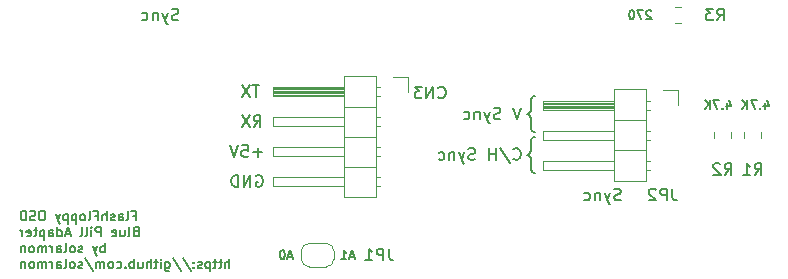
<source format=gbr>
%TF.GenerationSoftware,KiCad,Pcbnew,(5.1.9)-1*%
%TF.CreationDate,2021-04-08T22:41:19+01:00*%
%TF.ProjectId,FF OSD Adapter,4646204f-5344-4204-9164-61707465722e,rev?*%
%TF.SameCoordinates,Original*%
%TF.FileFunction,Legend,Bot*%
%TF.FilePolarity,Positive*%
%FSLAX46Y46*%
G04 Gerber Fmt 4.6, Leading zero omitted, Abs format (unit mm)*
G04 Created by KiCad (PCBNEW (5.1.9)-1) date 2021-04-08 22:41:19*
%MOMM*%
%LPD*%
G01*
G04 APERTURE LIST*
%ADD10C,0.150000*%
%ADD11C,0.120000*%
G04 APERTURE END LIST*
D10*
X151764952Y-104790666D02*
X151669714Y-104790666D01*
X151479238Y-104695428D01*
X151384000Y-104504952D01*
X151384000Y-103552571D01*
X151288761Y-103362095D01*
X151098285Y-103266857D01*
X151288761Y-103171619D01*
X151384000Y-102981142D01*
X151384000Y-102028761D01*
X151479238Y-101838285D01*
X151669714Y-101743047D01*
X151764952Y-101743047D01*
X151764952Y-101361666D02*
X151669714Y-101361666D01*
X151479238Y-101266428D01*
X151384000Y-101075952D01*
X151384000Y-100123571D01*
X151288761Y-99933095D01*
X151098285Y-99837857D01*
X151288761Y-99742619D01*
X151384000Y-99552142D01*
X151384000Y-98599761D01*
X151479238Y-98409285D01*
X151669714Y-98314047D01*
X151764952Y-98314047D01*
X117685595Y-108407857D02*
X117952261Y-108407857D01*
X117952261Y-108826904D02*
X117952261Y-108026904D01*
X117571309Y-108026904D01*
X117152261Y-108826904D02*
X117228452Y-108788809D01*
X117266547Y-108712619D01*
X117266547Y-108026904D01*
X116504642Y-108826904D02*
X116504642Y-108407857D01*
X116542738Y-108331666D01*
X116618928Y-108293571D01*
X116771309Y-108293571D01*
X116847500Y-108331666D01*
X116504642Y-108788809D02*
X116580833Y-108826904D01*
X116771309Y-108826904D01*
X116847500Y-108788809D01*
X116885595Y-108712619D01*
X116885595Y-108636428D01*
X116847500Y-108560238D01*
X116771309Y-108522142D01*
X116580833Y-108522142D01*
X116504642Y-108484047D01*
X116161785Y-108788809D02*
X116085595Y-108826904D01*
X115933214Y-108826904D01*
X115857023Y-108788809D01*
X115818928Y-108712619D01*
X115818928Y-108674523D01*
X115857023Y-108598333D01*
X115933214Y-108560238D01*
X116047500Y-108560238D01*
X116123690Y-108522142D01*
X116161785Y-108445952D01*
X116161785Y-108407857D01*
X116123690Y-108331666D01*
X116047500Y-108293571D01*
X115933214Y-108293571D01*
X115857023Y-108331666D01*
X115476071Y-108826904D02*
X115476071Y-108026904D01*
X115133214Y-108826904D02*
X115133214Y-108407857D01*
X115171309Y-108331666D01*
X115247500Y-108293571D01*
X115361785Y-108293571D01*
X115437976Y-108331666D01*
X115476071Y-108369761D01*
X114485595Y-108407857D02*
X114752261Y-108407857D01*
X114752261Y-108826904D02*
X114752261Y-108026904D01*
X114371309Y-108026904D01*
X113952261Y-108826904D02*
X114028452Y-108788809D01*
X114066547Y-108712619D01*
X114066547Y-108026904D01*
X113533214Y-108826904D02*
X113609404Y-108788809D01*
X113647500Y-108750714D01*
X113685595Y-108674523D01*
X113685595Y-108445952D01*
X113647500Y-108369761D01*
X113609404Y-108331666D01*
X113533214Y-108293571D01*
X113418928Y-108293571D01*
X113342738Y-108331666D01*
X113304642Y-108369761D01*
X113266547Y-108445952D01*
X113266547Y-108674523D01*
X113304642Y-108750714D01*
X113342738Y-108788809D01*
X113418928Y-108826904D01*
X113533214Y-108826904D01*
X112923690Y-108293571D02*
X112923690Y-109093571D01*
X112923690Y-108331666D02*
X112847500Y-108293571D01*
X112695119Y-108293571D01*
X112618928Y-108331666D01*
X112580833Y-108369761D01*
X112542738Y-108445952D01*
X112542738Y-108674523D01*
X112580833Y-108750714D01*
X112618928Y-108788809D01*
X112695119Y-108826904D01*
X112847500Y-108826904D01*
X112923690Y-108788809D01*
X112199880Y-108293571D02*
X112199880Y-109093571D01*
X112199880Y-108331666D02*
X112123690Y-108293571D01*
X111971309Y-108293571D01*
X111895119Y-108331666D01*
X111857023Y-108369761D01*
X111818928Y-108445952D01*
X111818928Y-108674523D01*
X111857023Y-108750714D01*
X111895119Y-108788809D01*
X111971309Y-108826904D01*
X112123690Y-108826904D01*
X112199880Y-108788809D01*
X111552261Y-108293571D02*
X111361785Y-108826904D01*
X111171309Y-108293571D02*
X111361785Y-108826904D01*
X111437976Y-109017380D01*
X111476071Y-109055476D01*
X111552261Y-109093571D01*
X110104642Y-108026904D02*
X109952261Y-108026904D01*
X109876071Y-108065000D01*
X109799880Y-108141190D01*
X109761785Y-108293571D01*
X109761785Y-108560238D01*
X109799880Y-108712619D01*
X109876071Y-108788809D01*
X109952261Y-108826904D01*
X110104642Y-108826904D01*
X110180833Y-108788809D01*
X110257023Y-108712619D01*
X110295119Y-108560238D01*
X110295119Y-108293571D01*
X110257023Y-108141190D01*
X110180833Y-108065000D01*
X110104642Y-108026904D01*
X109457023Y-108788809D02*
X109342738Y-108826904D01*
X109152261Y-108826904D01*
X109076071Y-108788809D01*
X109037976Y-108750714D01*
X108999880Y-108674523D01*
X108999880Y-108598333D01*
X109037976Y-108522142D01*
X109076071Y-108484047D01*
X109152261Y-108445952D01*
X109304642Y-108407857D01*
X109380833Y-108369761D01*
X109418928Y-108331666D01*
X109457023Y-108255476D01*
X109457023Y-108179285D01*
X109418928Y-108103095D01*
X109380833Y-108065000D01*
X109304642Y-108026904D01*
X109114166Y-108026904D01*
X108999880Y-108065000D01*
X108657023Y-108826904D02*
X108657023Y-108026904D01*
X108466547Y-108026904D01*
X108352261Y-108065000D01*
X108276071Y-108141190D01*
X108237976Y-108217380D01*
X108199880Y-108369761D01*
X108199880Y-108484047D01*
X108237976Y-108636428D01*
X108276071Y-108712619D01*
X108352261Y-108788809D01*
X108466547Y-108826904D01*
X108657023Y-108826904D01*
X117952261Y-109757857D02*
X117837976Y-109795952D01*
X117799880Y-109834047D01*
X117761785Y-109910238D01*
X117761785Y-110024523D01*
X117799880Y-110100714D01*
X117837976Y-110138809D01*
X117914166Y-110176904D01*
X118218928Y-110176904D01*
X118218928Y-109376904D01*
X117952261Y-109376904D01*
X117876071Y-109415000D01*
X117837976Y-109453095D01*
X117799880Y-109529285D01*
X117799880Y-109605476D01*
X117837976Y-109681666D01*
X117876071Y-109719761D01*
X117952261Y-109757857D01*
X118218928Y-109757857D01*
X117304642Y-110176904D02*
X117380833Y-110138809D01*
X117418928Y-110062619D01*
X117418928Y-109376904D01*
X116657023Y-109643571D02*
X116657023Y-110176904D01*
X116999880Y-109643571D02*
X116999880Y-110062619D01*
X116961785Y-110138809D01*
X116885595Y-110176904D01*
X116771309Y-110176904D01*
X116695119Y-110138809D01*
X116657023Y-110100714D01*
X115971309Y-110138809D02*
X116047500Y-110176904D01*
X116199880Y-110176904D01*
X116276071Y-110138809D01*
X116314166Y-110062619D01*
X116314166Y-109757857D01*
X116276071Y-109681666D01*
X116199880Y-109643571D01*
X116047500Y-109643571D01*
X115971309Y-109681666D01*
X115933214Y-109757857D01*
X115933214Y-109834047D01*
X116314166Y-109910238D01*
X114980833Y-110176904D02*
X114980833Y-109376904D01*
X114676071Y-109376904D01*
X114599880Y-109415000D01*
X114561785Y-109453095D01*
X114523690Y-109529285D01*
X114523690Y-109643571D01*
X114561785Y-109719761D01*
X114599880Y-109757857D01*
X114676071Y-109795952D01*
X114980833Y-109795952D01*
X114180833Y-110176904D02*
X114180833Y-109643571D01*
X114180833Y-109376904D02*
X114218928Y-109415000D01*
X114180833Y-109453095D01*
X114142738Y-109415000D01*
X114180833Y-109376904D01*
X114180833Y-109453095D01*
X113685595Y-110176904D02*
X113761785Y-110138809D01*
X113799880Y-110062619D01*
X113799880Y-109376904D01*
X113266547Y-110176904D02*
X113342738Y-110138809D01*
X113380833Y-110062619D01*
X113380833Y-109376904D01*
X112390357Y-109948333D02*
X112009404Y-109948333D01*
X112466547Y-110176904D02*
X112199880Y-109376904D01*
X111933214Y-110176904D01*
X111323690Y-110176904D02*
X111323690Y-109376904D01*
X111323690Y-110138809D02*
X111399880Y-110176904D01*
X111552261Y-110176904D01*
X111628452Y-110138809D01*
X111666547Y-110100714D01*
X111704642Y-110024523D01*
X111704642Y-109795952D01*
X111666547Y-109719761D01*
X111628452Y-109681666D01*
X111552261Y-109643571D01*
X111399880Y-109643571D01*
X111323690Y-109681666D01*
X110599880Y-110176904D02*
X110599880Y-109757857D01*
X110637976Y-109681666D01*
X110714166Y-109643571D01*
X110866547Y-109643571D01*
X110942738Y-109681666D01*
X110599880Y-110138809D02*
X110676071Y-110176904D01*
X110866547Y-110176904D01*
X110942738Y-110138809D01*
X110980833Y-110062619D01*
X110980833Y-109986428D01*
X110942738Y-109910238D01*
X110866547Y-109872142D01*
X110676071Y-109872142D01*
X110599880Y-109834047D01*
X110218928Y-109643571D02*
X110218928Y-110443571D01*
X110218928Y-109681666D02*
X110142738Y-109643571D01*
X109990357Y-109643571D01*
X109914166Y-109681666D01*
X109876071Y-109719761D01*
X109837976Y-109795952D01*
X109837976Y-110024523D01*
X109876071Y-110100714D01*
X109914166Y-110138809D01*
X109990357Y-110176904D01*
X110142738Y-110176904D01*
X110218928Y-110138809D01*
X109609404Y-109643571D02*
X109304642Y-109643571D01*
X109495119Y-109376904D02*
X109495119Y-110062619D01*
X109457023Y-110138809D01*
X109380833Y-110176904D01*
X109304642Y-110176904D01*
X108733214Y-110138809D02*
X108809404Y-110176904D01*
X108961785Y-110176904D01*
X109037976Y-110138809D01*
X109076071Y-110062619D01*
X109076071Y-109757857D01*
X109037976Y-109681666D01*
X108961785Y-109643571D01*
X108809404Y-109643571D01*
X108733214Y-109681666D01*
X108695119Y-109757857D01*
X108695119Y-109834047D01*
X109076071Y-109910238D01*
X108352261Y-110176904D02*
X108352261Y-109643571D01*
X108352261Y-109795952D02*
X108314166Y-109719761D01*
X108276071Y-109681666D01*
X108199880Y-109643571D01*
X108123690Y-109643571D01*
X115323690Y-111526904D02*
X115323690Y-110726904D01*
X115323690Y-111031666D02*
X115247500Y-110993571D01*
X115095119Y-110993571D01*
X115018928Y-111031666D01*
X114980833Y-111069761D01*
X114942738Y-111145952D01*
X114942738Y-111374523D01*
X114980833Y-111450714D01*
X115018928Y-111488809D01*
X115095119Y-111526904D01*
X115247500Y-111526904D01*
X115323690Y-111488809D01*
X114676071Y-110993571D02*
X114485595Y-111526904D01*
X114295119Y-110993571D02*
X114485595Y-111526904D01*
X114561785Y-111717380D01*
X114599880Y-111755476D01*
X114676071Y-111793571D01*
X113418928Y-111488809D02*
X113342738Y-111526904D01*
X113190357Y-111526904D01*
X113114166Y-111488809D01*
X113076071Y-111412619D01*
X113076071Y-111374523D01*
X113114166Y-111298333D01*
X113190357Y-111260238D01*
X113304642Y-111260238D01*
X113380833Y-111222142D01*
X113418928Y-111145952D01*
X113418928Y-111107857D01*
X113380833Y-111031666D01*
X113304642Y-110993571D01*
X113190357Y-110993571D01*
X113114166Y-111031666D01*
X112618928Y-111526904D02*
X112695119Y-111488809D01*
X112733214Y-111450714D01*
X112771309Y-111374523D01*
X112771309Y-111145952D01*
X112733214Y-111069761D01*
X112695119Y-111031666D01*
X112618928Y-110993571D01*
X112504642Y-110993571D01*
X112428452Y-111031666D01*
X112390357Y-111069761D01*
X112352261Y-111145952D01*
X112352261Y-111374523D01*
X112390357Y-111450714D01*
X112428452Y-111488809D01*
X112504642Y-111526904D01*
X112618928Y-111526904D01*
X111895119Y-111526904D02*
X111971309Y-111488809D01*
X112009404Y-111412619D01*
X112009404Y-110726904D01*
X111247500Y-111526904D02*
X111247500Y-111107857D01*
X111285595Y-111031666D01*
X111361785Y-110993571D01*
X111514166Y-110993571D01*
X111590357Y-111031666D01*
X111247500Y-111488809D02*
X111323690Y-111526904D01*
X111514166Y-111526904D01*
X111590357Y-111488809D01*
X111628452Y-111412619D01*
X111628452Y-111336428D01*
X111590357Y-111260238D01*
X111514166Y-111222142D01*
X111323690Y-111222142D01*
X111247500Y-111184047D01*
X110866547Y-111526904D02*
X110866547Y-110993571D01*
X110866547Y-111145952D02*
X110828452Y-111069761D01*
X110790357Y-111031666D01*
X110714166Y-110993571D01*
X110637976Y-110993571D01*
X110371309Y-111526904D02*
X110371309Y-110993571D01*
X110371309Y-111069761D02*
X110333214Y-111031666D01*
X110257023Y-110993571D01*
X110142738Y-110993571D01*
X110066547Y-111031666D01*
X110028452Y-111107857D01*
X110028452Y-111526904D01*
X110028452Y-111107857D02*
X109990357Y-111031666D01*
X109914166Y-110993571D01*
X109799880Y-110993571D01*
X109723690Y-111031666D01*
X109685595Y-111107857D01*
X109685595Y-111526904D01*
X109190357Y-111526904D02*
X109266547Y-111488809D01*
X109304642Y-111450714D01*
X109342738Y-111374523D01*
X109342738Y-111145952D01*
X109304642Y-111069761D01*
X109266547Y-111031666D01*
X109190357Y-110993571D01*
X109076071Y-110993571D01*
X108999880Y-111031666D01*
X108961785Y-111069761D01*
X108923690Y-111145952D01*
X108923690Y-111374523D01*
X108961785Y-111450714D01*
X108999880Y-111488809D01*
X109076071Y-111526904D01*
X109190357Y-111526904D01*
X108580833Y-110993571D02*
X108580833Y-111526904D01*
X108580833Y-111069761D02*
X108542738Y-111031666D01*
X108466547Y-110993571D01*
X108352261Y-110993571D01*
X108276071Y-111031666D01*
X108237976Y-111107857D01*
X108237976Y-111526904D01*
X125876071Y-112876904D02*
X125876071Y-112076904D01*
X125533214Y-112876904D02*
X125533214Y-112457857D01*
X125571309Y-112381666D01*
X125647500Y-112343571D01*
X125761785Y-112343571D01*
X125837976Y-112381666D01*
X125876071Y-112419761D01*
X125266547Y-112343571D02*
X124961785Y-112343571D01*
X125152261Y-112076904D02*
X125152261Y-112762619D01*
X125114166Y-112838809D01*
X125037976Y-112876904D01*
X124961785Y-112876904D01*
X124809404Y-112343571D02*
X124504642Y-112343571D01*
X124695119Y-112076904D02*
X124695119Y-112762619D01*
X124657023Y-112838809D01*
X124580833Y-112876904D01*
X124504642Y-112876904D01*
X124237976Y-112343571D02*
X124237976Y-113143571D01*
X124237976Y-112381666D02*
X124161785Y-112343571D01*
X124009404Y-112343571D01*
X123933214Y-112381666D01*
X123895119Y-112419761D01*
X123857023Y-112495952D01*
X123857023Y-112724523D01*
X123895119Y-112800714D01*
X123933214Y-112838809D01*
X124009404Y-112876904D01*
X124161785Y-112876904D01*
X124237976Y-112838809D01*
X123552261Y-112838809D02*
X123476071Y-112876904D01*
X123323690Y-112876904D01*
X123247500Y-112838809D01*
X123209404Y-112762619D01*
X123209404Y-112724523D01*
X123247500Y-112648333D01*
X123323690Y-112610238D01*
X123437976Y-112610238D01*
X123514166Y-112572142D01*
X123552261Y-112495952D01*
X123552261Y-112457857D01*
X123514166Y-112381666D01*
X123437976Y-112343571D01*
X123323690Y-112343571D01*
X123247500Y-112381666D01*
X122866547Y-112800714D02*
X122828452Y-112838809D01*
X122866547Y-112876904D01*
X122904642Y-112838809D01*
X122866547Y-112800714D01*
X122866547Y-112876904D01*
X122866547Y-112381666D02*
X122828452Y-112419761D01*
X122866547Y-112457857D01*
X122904642Y-112419761D01*
X122866547Y-112381666D01*
X122866547Y-112457857D01*
X121914166Y-112038809D02*
X122599880Y-113067380D01*
X121076071Y-112038809D02*
X121761785Y-113067380D01*
X120466547Y-112343571D02*
X120466547Y-112991190D01*
X120504642Y-113067380D01*
X120542738Y-113105476D01*
X120618928Y-113143571D01*
X120733214Y-113143571D01*
X120809404Y-113105476D01*
X120466547Y-112838809D02*
X120542738Y-112876904D01*
X120695119Y-112876904D01*
X120771309Y-112838809D01*
X120809404Y-112800714D01*
X120847500Y-112724523D01*
X120847500Y-112495952D01*
X120809404Y-112419761D01*
X120771309Y-112381666D01*
X120695119Y-112343571D01*
X120542738Y-112343571D01*
X120466547Y-112381666D01*
X120085595Y-112876904D02*
X120085595Y-112343571D01*
X120085595Y-112076904D02*
X120123690Y-112115000D01*
X120085595Y-112153095D01*
X120047500Y-112115000D01*
X120085595Y-112076904D01*
X120085595Y-112153095D01*
X119818928Y-112343571D02*
X119514166Y-112343571D01*
X119704642Y-112076904D02*
X119704642Y-112762619D01*
X119666547Y-112838809D01*
X119590357Y-112876904D01*
X119514166Y-112876904D01*
X119247500Y-112876904D02*
X119247500Y-112076904D01*
X118904642Y-112876904D02*
X118904642Y-112457857D01*
X118942738Y-112381666D01*
X119018928Y-112343571D01*
X119133214Y-112343571D01*
X119209404Y-112381666D01*
X119247500Y-112419761D01*
X118180833Y-112343571D02*
X118180833Y-112876904D01*
X118523690Y-112343571D02*
X118523690Y-112762619D01*
X118485595Y-112838809D01*
X118409404Y-112876904D01*
X118295119Y-112876904D01*
X118218928Y-112838809D01*
X118180833Y-112800714D01*
X117799880Y-112876904D02*
X117799880Y-112076904D01*
X117799880Y-112381666D02*
X117723690Y-112343571D01*
X117571309Y-112343571D01*
X117495119Y-112381666D01*
X117457023Y-112419761D01*
X117418928Y-112495952D01*
X117418928Y-112724523D01*
X117457023Y-112800714D01*
X117495119Y-112838809D01*
X117571309Y-112876904D01*
X117723690Y-112876904D01*
X117799880Y-112838809D01*
X117076071Y-112800714D02*
X117037976Y-112838809D01*
X117076071Y-112876904D01*
X117114166Y-112838809D01*
X117076071Y-112800714D01*
X117076071Y-112876904D01*
X116352261Y-112838809D02*
X116428452Y-112876904D01*
X116580833Y-112876904D01*
X116657023Y-112838809D01*
X116695119Y-112800714D01*
X116733214Y-112724523D01*
X116733214Y-112495952D01*
X116695119Y-112419761D01*
X116657023Y-112381666D01*
X116580833Y-112343571D01*
X116428452Y-112343571D01*
X116352261Y-112381666D01*
X115895119Y-112876904D02*
X115971309Y-112838809D01*
X116009404Y-112800714D01*
X116047500Y-112724523D01*
X116047500Y-112495952D01*
X116009404Y-112419761D01*
X115971309Y-112381666D01*
X115895119Y-112343571D01*
X115780833Y-112343571D01*
X115704642Y-112381666D01*
X115666547Y-112419761D01*
X115628452Y-112495952D01*
X115628452Y-112724523D01*
X115666547Y-112800714D01*
X115704642Y-112838809D01*
X115780833Y-112876904D01*
X115895119Y-112876904D01*
X115285595Y-112876904D02*
X115285595Y-112343571D01*
X115285595Y-112419761D02*
X115247500Y-112381666D01*
X115171309Y-112343571D01*
X115057023Y-112343571D01*
X114980833Y-112381666D01*
X114942738Y-112457857D01*
X114942738Y-112876904D01*
X114942738Y-112457857D02*
X114904642Y-112381666D01*
X114828452Y-112343571D01*
X114714166Y-112343571D01*
X114637976Y-112381666D01*
X114599880Y-112457857D01*
X114599880Y-112876904D01*
X113647500Y-112038809D02*
X114333214Y-113067380D01*
X113418928Y-112838809D02*
X113342738Y-112876904D01*
X113190357Y-112876904D01*
X113114166Y-112838809D01*
X113076071Y-112762619D01*
X113076071Y-112724523D01*
X113114166Y-112648333D01*
X113190357Y-112610238D01*
X113304642Y-112610238D01*
X113380833Y-112572142D01*
X113418928Y-112495952D01*
X113418928Y-112457857D01*
X113380833Y-112381666D01*
X113304642Y-112343571D01*
X113190357Y-112343571D01*
X113114166Y-112381666D01*
X112618928Y-112876904D02*
X112695119Y-112838809D01*
X112733214Y-112800714D01*
X112771309Y-112724523D01*
X112771309Y-112495952D01*
X112733214Y-112419761D01*
X112695119Y-112381666D01*
X112618928Y-112343571D01*
X112504642Y-112343571D01*
X112428452Y-112381666D01*
X112390357Y-112419761D01*
X112352261Y-112495952D01*
X112352261Y-112724523D01*
X112390357Y-112800714D01*
X112428452Y-112838809D01*
X112504642Y-112876904D01*
X112618928Y-112876904D01*
X111895119Y-112876904D02*
X111971309Y-112838809D01*
X112009404Y-112762619D01*
X112009404Y-112076904D01*
X111247500Y-112876904D02*
X111247500Y-112457857D01*
X111285595Y-112381666D01*
X111361785Y-112343571D01*
X111514166Y-112343571D01*
X111590357Y-112381666D01*
X111247500Y-112838809D02*
X111323690Y-112876904D01*
X111514166Y-112876904D01*
X111590357Y-112838809D01*
X111628452Y-112762619D01*
X111628452Y-112686428D01*
X111590357Y-112610238D01*
X111514166Y-112572142D01*
X111323690Y-112572142D01*
X111247500Y-112534047D01*
X110866547Y-112876904D02*
X110866547Y-112343571D01*
X110866547Y-112495952D02*
X110828452Y-112419761D01*
X110790357Y-112381666D01*
X110714166Y-112343571D01*
X110637976Y-112343571D01*
X110371309Y-112876904D02*
X110371309Y-112343571D01*
X110371309Y-112419761D02*
X110333214Y-112381666D01*
X110257023Y-112343571D01*
X110142738Y-112343571D01*
X110066547Y-112381666D01*
X110028452Y-112457857D01*
X110028452Y-112876904D01*
X110028452Y-112457857D02*
X109990357Y-112381666D01*
X109914166Y-112343571D01*
X109799880Y-112343571D01*
X109723690Y-112381666D01*
X109685595Y-112457857D01*
X109685595Y-112876904D01*
X109190357Y-112876904D02*
X109266547Y-112838809D01*
X109304642Y-112800714D01*
X109342738Y-112724523D01*
X109342738Y-112495952D01*
X109304642Y-112419761D01*
X109266547Y-112381666D01*
X109190357Y-112343571D01*
X109076071Y-112343571D01*
X108999880Y-112381666D01*
X108961785Y-112419761D01*
X108923690Y-112495952D01*
X108923690Y-112724523D01*
X108961785Y-112800714D01*
X108999880Y-112838809D01*
X109076071Y-112876904D01*
X109190357Y-112876904D01*
X108580833Y-112343571D02*
X108580833Y-112876904D01*
X108580833Y-112419761D02*
X108542738Y-112381666D01*
X108466547Y-112343571D01*
X108352261Y-112343571D01*
X108276071Y-112381666D01*
X108237976Y-112457857D01*
X108237976Y-112876904D01*
X128142904Y-105037000D02*
X128238142Y-104989380D01*
X128381000Y-104989380D01*
X128523857Y-105037000D01*
X128619095Y-105132238D01*
X128666714Y-105227476D01*
X128714333Y-105417952D01*
X128714333Y-105560809D01*
X128666714Y-105751285D01*
X128619095Y-105846523D01*
X128523857Y-105941761D01*
X128381000Y-105989380D01*
X128285761Y-105989380D01*
X128142904Y-105941761D01*
X128095285Y-105894142D01*
X128095285Y-105560809D01*
X128285761Y-105560809D01*
X127666714Y-105989380D02*
X127666714Y-104989380D01*
X127095285Y-105989380D01*
X127095285Y-104989380D01*
X126619095Y-105989380D02*
X126619095Y-104989380D01*
X126381000Y-104989380D01*
X126238142Y-105037000D01*
X126142904Y-105132238D01*
X126095285Y-105227476D01*
X126047666Y-105417952D01*
X126047666Y-105560809D01*
X126095285Y-105751285D01*
X126142904Y-105846523D01*
X126238142Y-105941761D01*
X126381000Y-105989380D01*
X126619095Y-105989380D01*
X128666714Y-103068428D02*
X127904809Y-103068428D01*
X128285761Y-103449380D02*
X128285761Y-102687476D01*
X126952428Y-102449380D02*
X127428619Y-102449380D01*
X127476238Y-102925571D01*
X127428619Y-102877952D01*
X127333380Y-102830333D01*
X127095285Y-102830333D01*
X127000047Y-102877952D01*
X126952428Y-102925571D01*
X126904809Y-103020809D01*
X126904809Y-103258904D01*
X126952428Y-103354142D01*
X127000047Y-103401761D01*
X127095285Y-103449380D01*
X127333380Y-103449380D01*
X127428619Y-103401761D01*
X127476238Y-103354142D01*
X126619095Y-102449380D02*
X126285761Y-103449380D01*
X125952428Y-102449380D01*
X121562619Y-91844761D02*
X121419761Y-91892380D01*
X121181666Y-91892380D01*
X121086428Y-91844761D01*
X121038809Y-91797142D01*
X120991190Y-91701904D01*
X120991190Y-91606666D01*
X121038809Y-91511428D01*
X121086428Y-91463809D01*
X121181666Y-91416190D01*
X121372142Y-91368571D01*
X121467380Y-91320952D01*
X121515000Y-91273333D01*
X121562619Y-91178095D01*
X121562619Y-91082857D01*
X121515000Y-90987619D01*
X121467380Y-90940000D01*
X121372142Y-90892380D01*
X121134047Y-90892380D01*
X120991190Y-90940000D01*
X120657857Y-91225714D02*
X120419761Y-91892380D01*
X120181666Y-91225714D02*
X120419761Y-91892380D01*
X120515000Y-92130476D01*
X120562619Y-92178095D01*
X120657857Y-92225714D01*
X119800714Y-91225714D02*
X119800714Y-91892380D01*
X119800714Y-91320952D02*
X119753095Y-91273333D01*
X119657857Y-91225714D01*
X119515000Y-91225714D01*
X119419761Y-91273333D01*
X119372142Y-91368571D01*
X119372142Y-91892380D01*
X118467380Y-91844761D02*
X118562619Y-91892380D01*
X118753095Y-91892380D01*
X118848333Y-91844761D01*
X118895952Y-91797142D01*
X118943571Y-91701904D01*
X118943571Y-91416190D01*
X118895952Y-91320952D01*
X118848333Y-91273333D01*
X118753095Y-91225714D01*
X118562619Y-91225714D01*
X118467380Y-91273333D01*
X150534380Y-99274380D02*
X150201047Y-100274380D01*
X149867714Y-99274380D01*
X148820095Y-100226761D02*
X148677238Y-100274380D01*
X148439142Y-100274380D01*
X148343904Y-100226761D01*
X148296285Y-100179142D01*
X148248666Y-100083904D01*
X148248666Y-99988666D01*
X148296285Y-99893428D01*
X148343904Y-99845809D01*
X148439142Y-99798190D01*
X148629619Y-99750571D01*
X148724857Y-99702952D01*
X148772476Y-99655333D01*
X148820095Y-99560095D01*
X148820095Y-99464857D01*
X148772476Y-99369619D01*
X148724857Y-99322000D01*
X148629619Y-99274380D01*
X148391523Y-99274380D01*
X148248666Y-99322000D01*
X147915333Y-99607714D02*
X147677238Y-100274380D01*
X147439142Y-99607714D02*
X147677238Y-100274380D01*
X147772476Y-100512476D01*
X147820095Y-100560095D01*
X147915333Y-100607714D01*
X147058190Y-99607714D02*
X147058190Y-100274380D01*
X147058190Y-99702952D02*
X147010571Y-99655333D01*
X146915333Y-99607714D01*
X146772476Y-99607714D01*
X146677238Y-99655333D01*
X146629619Y-99750571D01*
X146629619Y-100274380D01*
X145724857Y-100226761D02*
X145820095Y-100274380D01*
X146010571Y-100274380D01*
X146105809Y-100226761D01*
X146153428Y-100179142D01*
X146201047Y-100083904D01*
X146201047Y-99798190D01*
X146153428Y-99702952D01*
X146105809Y-99655333D01*
X146010571Y-99607714D01*
X145820095Y-99607714D01*
X145724857Y-99655333D01*
X149923142Y-103608142D02*
X149970761Y-103655761D01*
X150113619Y-103703380D01*
X150208857Y-103703380D01*
X150351714Y-103655761D01*
X150446952Y-103560523D01*
X150494571Y-103465285D01*
X150542190Y-103274809D01*
X150542190Y-103131952D01*
X150494571Y-102941476D01*
X150446952Y-102846238D01*
X150351714Y-102751000D01*
X150208857Y-102703380D01*
X150113619Y-102703380D01*
X149970761Y-102751000D01*
X149923142Y-102798619D01*
X148780285Y-102655761D02*
X149637428Y-103941476D01*
X148446952Y-103703380D02*
X148446952Y-102703380D01*
X148446952Y-103179571D02*
X147875523Y-103179571D01*
X147875523Y-103703380D02*
X147875523Y-102703380D01*
X146685047Y-103655761D02*
X146542190Y-103703380D01*
X146304095Y-103703380D01*
X146208857Y-103655761D01*
X146161238Y-103608142D01*
X146113619Y-103512904D01*
X146113619Y-103417666D01*
X146161238Y-103322428D01*
X146208857Y-103274809D01*
X146304095Y-103227190D01*
X146494571Y-103179571D01*
X146589809Y-103131952D01*
X146637428Y-103084333D01*
X146685047Y-102989095D01*
X146685047Y-102893857D01*
X146637428Y-102798619D01*
X146589809Y-102751000D01*
X146494571Y-102703380D01*
X146256476Y-102703380D01*
X146113619Y-102751000D01*
X145780285Y-103036714D02*
X145542190Y-103703380D01*
X145304095Y-103036714D02*
X145542190Y-103703380D01*
X145637428Y-103941476D01*
X145685047Y-103989095D01*
X145780285Y-104036714D01*
X144923142Y-103036714D02*
X144923142Y-103703380D01*
X144923142Y-103131952D02*
X144875523Y-103084333D01*
X144780285Y-103036714D01*
X144637428Y-103036714D01*
X144542190Y-103084333D01*
X144494571Y-103179571D01*
X144494571Y-103703380D01*
X143589809Y-103655761D02*
X143685047Y-103703380D01*
X143875523Y-103703380D01*
X143970761Y-103655761D01*
X144018380Y-103608142D01*
X144066000Y-103512904D01*
X144066000Y-103227190D01*
X144018380Y-103131952D01*
X143970761Y-103084333D01*
X143875523Y-103036714D01*
X143685047Y-103036714D01*
X143589809Y-103084333D01*
X159027619Y-107084761D02*
X158884761Y-107132380D01*
X158646666Y-107132380D01*
X158551428Y-107084761D01*
X158503809Y-107037142D01*
X158456190Y-106941904D01*
X158456190Y-106846666D01*
X158503809Y-106751428D01*
X158551428Y-106703809D01*
X158646666Y-106656190D01*
X158837142Y-106608571D01*
X158932380Y-106560952D01*
X158980000Y-106513333D01*
X159027619Y-106418095D01*
X159027619Y-106322857D01*
X158980000Y-106227619D01*
X158932380Y-106180000D01*
X158837142Y-106132380D01*
X158599047Y-106132380D01*
X158456190Y-106180000D01*
X158122857Y-106465714D02*
X157884761Y-107132380D01*
X157646666Y-106465714D02*
X157884761Y-107132380D01*
X157980000Y-107370476D01*
X158027619Y-107418095D01*
X158122857Y-107465714D01*
X157265714Y-106465714D02*
X157265714Y-107132380D01*
X157265714Y-106560952D02*
X157218095Y-106513333D01*
X157122857Y-106465714D01*
X156980000Y-106465714D01*
X156884761Y-106513333D01*
X156837142Y-106608571D01*
X156837142Y-107132380D01*
X155932380Y-107084761D02*
X156027619Y-107132380D01*
X156218095Y-107132380D01*
X156313333Y-107084761D01*
X156360952Y-107037142D01*
X156408571Y-106941904D01*
X156408571Y-106656190D01*
X156360952Y-106560952D01*
X156313333Y-106513333D01*
X156218095Y-106465714D01*
X156027619Y-106465714D01*
X155932380Y-106513333D01*
X128396904Y-97369380D02*
X127825476Y-97369380D01*
X128111190Y-98369380D02*
X128111190Y-97369380D01*
X127587380Y-97369380D02*
X126920714Y-98369380D01*
X126920714Y-97369380D02*
X127587380Y-98369380D01*
X127928666Y-100909380D02*
X128262000Y-100433190D01*
X128500095Y-100909380D02*
X128500095Y-99909380D01*
X128119142Y-99909380D01*
X128023904Y-99957000D01*
X127976285Y-100004619D01*
X127928666Y-100099857D01*
X127928666Y-100242714D01*
X127976285Y-100337952D01*
X128023904Y-100385571D01*
X128119142Y-100433190D01*
X128500095Y-100433190D01*
X127595333Y-99909380D02*
X126928666Y-100909380D01*
X126928666Y-99909380D02*
X127595333Y-100909380D01*
X136425714Y-111885000D02*
X136068571Y-111885000D01*
X136497142Y-112099285D02*
X136247142Y-111349285D01*
X135997142Y-112099285D01*
X135354285Y-112099285D02*
X135782857Y-112099285D01*
X135568571Y-112099285D02*
X135568571Y-111349285D01*
X135640000Y-111456428D01*
X135711428Y-111527857D01*
X135782857Y-111563571D01*
X131218714Y-111885000D02*
X130861571Y-111885000D01*
X131290142Y-112099285D02*
X131040142Y-111349285D01*
X130790142Y-112099285D01*
X130397285Y-111349285D02*
X130325857Y-111349285D01*
X130254428Y-111385000D01*
X130218714Y-111420714D01*
X130183000Y-111492142D01*
X130147285Y-111635000D01*
X130147285Y-111813571D01*
X130183000Y-111956428D01*
X130218714Y-112027857D01*
X130254428Y-112063571D01*
X130325857Y-112099285D01*
X130397285Y-112099285D01*
X130468714Y-112063571D01*
X130504428Y-112027857D01*
X130540142Y-111956428D01*
X130575857Y-111813571D01*
X130575857Y-111635000D01*
X130540142Y-111492142D01*
X130504428Y-111420714D01*
X130468714Y-111385000D01*
X130397285Y-111349285D01*
D11*
%TO.C,CN3*%
X140970000Y-96647000D02*
X139700000Y-96647000D01*
X140970000Y-97917000D02*
X140970000Y-96647000D01*
X138657071Y-105917000D02*
X138260000Y-105917000D01*
X138657071Y-105157000D02*
X138260000Y-105157000D01*
X129600000Y-105917000D02*
X135600000Y-105917000D01*
X129600000Y-105157000D02*
X129600000Y-105917000D01*
X135600000Y-105157000D02*
X129600000Y-105157000D01*
X138260000Y-104267000D02*
X135600000Y-104267000D01*
X138657071Y-103377000D02*
X138260000Y-103377000D01*
X138657071Y-102617000D02*
X138260000Y-102617000D01*
X129600000Y-103377000D02*
X135600000Y-103377000D01*
X129600000Y-102617000D02*
X129600000Y-103377000D01*
X135600000Y-102617000D02*
X129600000Y-102617000D01*
X138260000Y-101727000D02*
X135600000Y-101727000D01*
X138657071Y-100837000D02*
X138260000Y-100837000D01*
X138657071Y-100077000D02*
X138260000Y-100077000D01*
X129600000Y-100837000D02*
X135600000Y-100837000D01*
X129600000Y-100077000D02*
X129600000Y-100837000D01*
X135600000Y-100077000D02*
X129600000Y-100077000D01*
X138260000Y-99187000D02*
X135600000Y-99187000D01*
X138590000Y-98297000D02*
X138260000Y-98297000D01*
X138590000Y-97537000D02*
X138260000Y-97537000D01*
X135600000Y-98197000D02*
X129600000Y-98197000D01*
X135600000Y-98077000D02*
X129600000Y-98077000D01*
X135600000Y-97957000D02*
X129600000Y-97957000D01*
X135600000Y-97837000D02*
X129600000Y-97837000D01*
X135600000Y-97717000D02*
X129600000Y-97717000D01*
X135600000Y-97597000D02*
X129600000Y-97597000D01*
X129600000Y-98297000D02*
X135600000Y-98297000D01*
X129600000Y-97537000D02*
X129600000Y-98297000D01*
X135600000Y-97537000D02*
X129600000Y-97537000D01*
X135600000Y-96587000D02*
X138260000Y-96587000D01*
X135600000Y-106867000D02*
X135600000Y-96587000D01*
X138260000Y-106867000D02*
X135600000Y-106867000D01*
X138260000Y-96587000D02*
X138260000Y-106867000D01*
%TO.C,JP1*%
X132650000Y-112760000D02*
X134050000Y-112760000D01*
X134750000Y-112060000D02*
X134750000Y-111460000D01*
X134050000Y-110760000D02*
X132650000Y-110760000D01*
X131950000Y-111460000D02*
X131950000Y-112060000D01*
X131950000Y-112060000D02*
G75*
G03*
X132650000Y-112760000I700000J0D01*
G01*
X132650000Y-110760000D02*
G75*
G03*
X131950000Y-111460000I0J-700000D01*
G01*
X134750000Y-111460000D02*
G75*
G03*
X134050000Y-110760000I-700000J0D01*
G01*
X134050000Y-112760000D02*
G75*
G03*
X134750000Y-112060000I0J700000D01*
G01*
%TO.C,JP2*%
X163830000Y-97790000D02*
X162560000Y-97790000D01*
X163830000Y-99060000D02*
X163830000Y-97790000D01*
X161517071Y-104520000D02*
X161120000Y-104520000D01*
X161517071Y-103760000D02*
X161120000Y-103760000D01*
X152460000Y-104520000D02*
X158460000Y-104520000D01*
X152460000Y-103760000D02*
X152460000Y-104520000D01*
X158460000Y-103760000D02*
X152460000Y-103760000D01*
X161120000Y-102870000D02*
X158460000Y-102870000D01*
X161517071Y-101980000D02*
X161120000Y-101980000D01*
X161517071Y-101220000D02*
X161120000Y-101220000D01*
X152460000Y-101980000D02*
X158460000Y-101980000D01*
X152460000Y-101220000D02*
X152460000Y-101980000D01*
X158460000Y-101220000D02*
X152460000Y-101220000D01*
X161120000Y-100330000D02*
X158460000Y-100330000D01*
X161450000Y-99440000D02*
X161120000Y-99440000D01*
X161450000Y-98680000D02*
X161120000Y-98680000D01*
X158460000Y-99340000D02*
X152460000Y-99340000D01*
X158460000Y-99220000D02*
X152460000Y-99220000D01*
X158460000Y-99100000D02*
X152460000Y-99100000D01*
X158460000Y-98980000D02*
X152460000Y-98980000D01*
X158460000Y-98860000D02*
X152460000Y-98860000D01*
X158460000Y-98740000D02*
X152460000Y-98740000D01*
X152460000Y-99440000D02*
X158460000Y-99440000D01*
X152460000Y-98680000D02*
X152460000Y-99440000D01*
X158460000Y-98680000D02*
X152460000Y-98680000D01*
X158460000Y-97730000D02*
X161120000Y-97730000D01*
X158460000Y-105470000D02*
X158460000Y-97730000D01*
X161120000Y-105470000D02*
X158460000Y-105470000D01*
X161120000Y-97730000D02*
X161120000Y-105470000D01*
%TO.C,R3*%
X163568748Y-90730000D02*
X164091252Y-90730000D01*
X163568748Y-92150000D02*
X164091252Y-92150000D01*
%TO.C,R2*%
X166930000Y-101338748D02*
X166930000Y-101861252D01*
X168350000Y-101338748D02*
X168350000Y-101861252D01*
%TO.C,R1*%
X169470000Y-101338748D02*
X169470000Y-101861252D01*
X170890000Y-101338748D02*
X170890000Y-101861252D01*
%TO.C,CN3*%
D10*
X143565476Y-98401142D02*
X143613095Y-98448761D01*
X143755952Y-98496380D01*
X143851190Y-98496380D01*
X143994047Y-98448761D01*
X144089285Y-98353523D01*
X144136904Y-98258285D01*
X144184523Y-98067809D01*
X144184523Y-97924952D01*
X144136904Y-97734476D01*
X144089285Y-97639238D01*
X143994047Y-97544000D01*
X143851190Y-97496380D01*
X143755952Y-97496380D01*
X143613095Y-97544000D01*
X143565476Y-97591619D01*
X143136904Y-98496380D02*
X143136904Y-97496380D01*
X142565476Y-98496380D01*
X142565476Y-97496380D01*
X142184523Y-97496380D02*
X141565476Y-97496380D01*
X141898809Y-97877333D01*
X141755952Y-97877333D01*
X141660714Y-97924952D01*
X141613095Y-97972571D01*
X141565476Y-98067809D01*
X141565476Y-98305904D01*
X141613095Y-98401142D01*
X141660714Y-98448761D01*
X141755952Y-98496380D01*
X142041666Y-98496380D01*
X142136904Y-98448761D01*
X142184523Y-98401142D01*
%TO.C,JP1*%
X139390333Y-111212380D02*
X139390333Y-111926666D01*
X139437952Y-112069523D01*
X139533190Y-112164761D01*
X139676047Y-112212380D01*
X139771285Y-112212380D01*
X138914142Y-112212380D02*
X138914142Y-111212380D01*
X138533190Y-111212380D01*
X138437952Y-111260000D01*
X138390333Y-111307619D01*
X138342714Y-111402857D01*
X138342714Y-111545714D01*
X138390333Y-111640952D01*
X138437952Y-111688571D01*
X138533190Y-111736190D01*
X138914142Y-111736190D01*
X137390333Y-112212380D02*
X137961761Y-112212380D01*
X137676047Y-112212380D02*
X137676047Y-111212380D01*
X137771285Y-111355238D01*
X137866523Y-111450476D01*
X137961761Y-111498095D01*
%TO.C,JP2*%
X163393333Y-106132380D02*
X163393333Y-106846666D01*
X163440952Y-106989523D01*
X163536190Y-107084761D01*
X163679047Y-107132380D01*
X163774285Y-107132380D01*
X162917142Y-107132380D02*
X162917142Y-106132380D01*
X162536190Y-106132380D01*
X162440952Y-106180000D01*
X162393333Y-106227619D01*
X162345714Y-106322857D01*
X162345714Y-106465714D01*
X162393333Y-106560952D01*
X162440952Y-106608571D01*
X162536190Y-106656190D01*
X162917142Y-106656190D01*
X161964761Y-106227619D02*
X161917142Y-106180000D01*
X161821904Y-106132380D01*
X161583809Y-106132380D01*
X161488571Y-106180000D01*
X161440952Y-106227619D01*
X161393333Y-106322857D01*
X161393333Y-106418095D01*
X161440952Y-106560952D01*
X162012380Y-107132380D01*
X161393333Y-107132380D01*
%TO.C,R3*%
X167171666Y-91892380D02*
X167505000Y-91416190D01*
X167743095Y-91892380D02*
X167743095Y-90892380D01*
X167362142Y-90892380D01*
X167266904Y-90940000D01*
X167219285Y-90987619D01*
X167171666Y-91082857D01*
X167171666Y-91225714D01*
X167219285Y-91320952D01*
X167266904Y-91368571D01*
X167362142Y-91416190D01*
X167743095Y-91416190D01*
X166838333Y-90892380D02*
X166219285Y-90892380D01*
X166552619Y-91273333D01*
X166409761Y-91273333D01*
X166314523Y-91320952D01*
X166266904Y-91368571D01*
X166219285Y-91463809D01*
X166219285Y-91701904D01*
X166266904Y-91797142D01*
X166314523Y-91844761D01*
X166409761Y-91892380D01*
X166695476Y-91892380D01*
X166790714Y-91844761D01*
X166838333Y-91797142D01*
X161583571Y-91100714D02*
X161547857Y-91065000D01*
X161476428Y-91029285D01*
X161297857Y-91029285D01*
X161226428Y-91065000D01*
X161190714Y-91100714D01*
X161155000Y-91172142D01*
X161155000Y-91243571D01*
X161190714Y-91350714D01*
X161619285Y-91779285D01*
X161155000Y-91779285D01*
X160905000Y-91029285D02*
X160405000Y-91029285D01*
X160726428Y-91779285D01*
X159976428Y-91029285D02*
X159905000Y-91029285D01*
X159833571Y-91065000D01*
X159797857Y-91100714D01*
X159762142Y-91172142D01*
X159726428Y-91315000D01*
X159726428Y-91493571D01*
X159762142Y-91636428D01*
X159797857Y-91707857D01*
X159833571Y-91743571D01*
X159905000Y-91779285D01*
X159976428Y-91779285D01*
X160047857Y-91743571D01*
X160083571Y-91707857D01*
X160119285Y-91636428D01*
X160155000Y-91493571D01*
X160155000Y-91315000D01*
X160119285Y-91172142D01*
X160083571Y-91100714D01*
X160047857Y-91065000D01*
X159976428Y-91029285D01*
%TO.C,R2*%
X167806666Y-104973380D02*
X168140000Y-104497190D01*
X168378095Y-104973380D02*
X168378095Y-103973380D01*
X167997142Y-103973380D01*
X167901904Y-104021000D01*
X167854285Y-104068619D01*
X167806666Y-104163857D01*
X167806666Y-104306714D01*
X167854285Y-104401952D01*
X167901904Y-104449571D01*
X167997142Y-104497190D01*
X168378095Y-104497190D01*
X167425714Y-104068619D02*
X167378095Y-104021000D01*
X167282857Y-103973380D01*
X167044761Y-103973380D01*
X166949523Y-104021000D01*
X166901904Y-104068619D01*
X166854285Y-104163857D01*
X166854285Y-104259095D01*
X166901904Y-104401952D01*
X167473333Y-104973380D01*
X166854285Y-104973380D01*
X168026857Y-98899285D02*
X168026857Y-99399285D01*
X168205428Y-98613571D02*
X168384000Y-99149285D01*
X167919714Y-99149285D01*
X167634000Y-99327857D02*
X167598285Y-99363571D01*
X167634000Y-99399285D01*
X167669714Y-99363571D01*
X167634000Y-99327857D01*
X167634000Y-99399285D01*
X167348285Y-98649285D02*
X166848285Y-98649285D01*
X167169714Y-99399285D01*
X166562571Y-99399285D02*
X166562571Y-98649285D01*
X166134000Y-99399285D02*
X166455428Y-98970714D01*
X166134000Y-98649285D02*
X166562571Y-99077857D01*
%TO.C,R1*%
X170346666Y-104973380D02*
X170680000Y-104497190D01*
X170918095Y-104973380D02*
X170918095Y-103973380D01*
X170537142Y-103973380D01*
X170441904Y-104021000D01*
X170394285Y-104068619D01*
X170346666Y-104163857D01*
X170346666Y-104306714D01*
X170394285Y-104401952D01*
X170441904Y-104449571D01*
X170537142Y-104497190D01*
X170918095Y-104497190D01*
X169394285Y-104973380D02*
X169965714Y-104973380D01*
X169680000Y-104973380D02*
X169680000Y-103973380D01*
X169775238Y-104116238D01*
X169870476Y-104211476D01*
X169965714Y-104259095D01*
X171201857Y-98899285D02*
X171201857Y-99399285D01*
X171380428Y-98613571D02*
X171559000Y-99149285D01*
X171094714Y-99149285D01*
X170809000Y-99327857D02*
X170773285Y-99363571D01*
X170809000Y-99399285D01*
X170844714Y-99363571D01*
X170809000Y-99327857D01*
X170809000Y-99399285D01*
X170523285Y-98649285D02*
X170023285Y-98649285D01*
X170344714Y-99399285D01*
X169737571Y-99399285D02*
X169737571Y-98649285D01*
X169309000Y-99399285D02*
X169630428Y-98970714D01*
X169309000Y-98649285D02*
X169737571Y-99077857D01*
%TD*%
M02*

</source>
